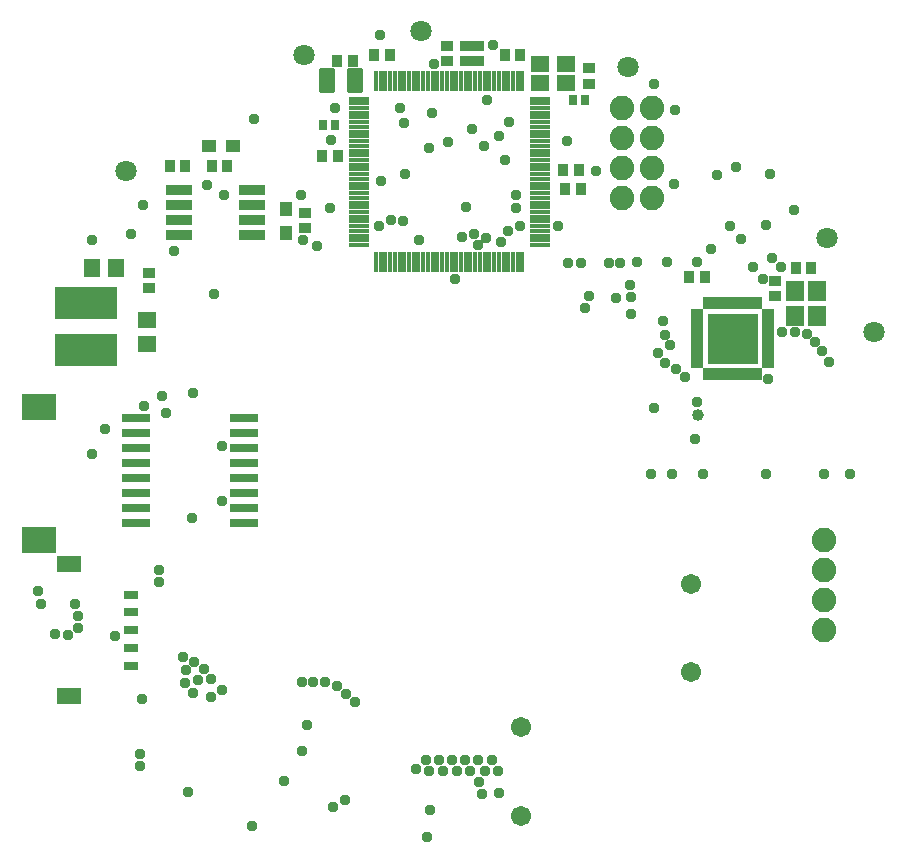
<source format=gbr>
G04 EAGLE Gerber X2 export*
%TF.Part,Single*%
%TF.FileFunction,Soldermask,Bot,1*%
%TF.FilePolarity,Negative*%
%TF.GenerationSoftware,Autodesk,EAGLE,8.6.0*%
%TF.CreationDate,2018-04-19T17:15:12Z*%
G75*
%MOMM*%
%FSLAX34Y34*%
%LPD*%
%AMOC8*
5,1,8,0,0,1.08239X$1,22.5*%
G01*
%ADD10C,1.803200*%
%ADD11R,1.503200X1.703200*%
%ADD12R,1.103200X0.903200*%
%ADD13R,0.903200X1.103200*%
%ADD14R,1.203200X1.003200*%
%ADD15R,1.003200X1.203200*%
%ADD16R,1.403200X1.503200*%
%ADD17R,1.503200X1.403200*%
%ADD18R,0.448200X1.803200*%
%ADD19R,1.803200X0.448200*%
%ADD20R,2.235200X0.863600*%
%ADD21R,2.403200X0.803200*%
%ADD22R,5.283200X2.743200*%
%ADD23R,0.803200X0.903200*%
%ADD24C,1.711200*%
%ADD25R,1.603200X1.403200*%
%ADD26R,1.053200X0.483200*%
%ADD27R,0.483200X1.053200*%
%ADD28R,4.353200X4.353200*%
%ADD29C,0.390959*%
%ADD30R,3.003200X2.303200*%
%ADD31C,2.082800*%
%ADD32R,1.203200X0.803200*%
%ADD33R,2.003200X1.453200*%
%ADD34C,0.959600*%
%ADD35C,1.009600*%


D10*
X360000Y120000D03*
X320000Y200000D03*
X151000Y345000D03*
X-24000Y375000D03*
X-274000Y257000D03*
X-123000Y355000D03*
D11*
X311500Y154800D03*
X292500Y154800D03*
D12*
X276100Y150800D03*
X276100Y163800D03*
D13*
X216300Y166800D03*
X203300Y166800D03*
X-94300Y269300D03*
X-107300Y269300D03*
X-223730Y260790D03*
X-236730Y260790D03*
D12*
X-1640Y349728D03*
X-1640Y362728D03*
X14232Y349576D03*
X14232Y362576D03*
D13*
X60266Y354632D03*
X47266Y354632D03*
D12*
X118218Y330582D03*
X118218Y343582D03*
D13*
X-81686Y349568D03*
X-94686Y349568D03*
X-63338Y354718D03*
X-50338Y354718D03*
X96700Y257200D03*
X109700Y257200D03*
X98200Y241200D03*
X111200Y241200D03*
D12*
X24800Y349700D03*
X24800Y362700D03*
X-254300Y170400D03*
X-254300Y157400D03*
D13*
X293300Y174700D03*
X306300Y174700D03*
D11*
X292400Y133700D03*
X311400Y133700D03*
D14*
X-203362Y277692D03*
X-183362Y277692D03*
D15*
X-138046Y224140D03*
X-138046Y204140D03*
D16*
X-302122Y174622D03*
X-281802Y174622D03*
D17*
X-256096Y110316D03*
X-256096Y130636D03*
D18*
X62000Y179500D03*
X58000Y179500D03*
X54000Y179500D03*
X50000Y179500D03*
X46000Y179500D03*
X42000Y179500D03*
X38000Y179500D03*
X34000Y179500D03*
X30000Y179500D03*
X26000Y179500D03*
X22000Y179500D03*
X18000Y179500D03*
X14000Y179500D03*
X10000Y179500D03*
X6000Y179500D03*
X2000Y179500D03*
X-2000Y179500D03*
X-6000Y179500D03*
X-10000Y179500D03*
X-14000Y179500D03*
X-18000Y179500D03*
X-22000Y179500D03*
X-26000Y179500D03*
X-30000Y179500D03*
X-34000Y179500D03*
X-38000Y179500D03*
X-42000Y179500D03*
X-46000Y179500D03*
X-50000Y179500D03*
X-54000Y179500D03*
X-58000Y179500D03*
X-62000Y179500D03*
D19*
X-76500Y194000D03*
X-76500Y198000D03*
X-76500Y202000D03*
X-76500Y206000D03*
X-76500Y210000D03*
X-76500Y214000D03*
X-76500Y218000D03*
X-76500Y222000D03*
X-76500Y226000D03*
X-76500Y230000D03*
X-76500Y234000D03*
X-76500Y238000D03*
X-76500Y242000D03*
X-76500Y246000D03*
X-76500Y250000D03*
X-76500Y254000D03*
X-76500Y258000D03*
X-76500Y262000D03*
X-76500Y266000D03*
X-76500Y270000D03*
X-76500Y274000D03*
X-76500Y278000D03*
X-76500Y282000D03*
X-76500Y286000D03*
X-76500Y290000D03*
X-76500Y294000D03*
X-76500Y298000D03*
X-76500Y302000D03*
X-76500Y306000D03*
X-76500Y310000D03*
X-76500Y314000D03*
X-76500Y318000D03*
D18*
X-62000Y332500D03*
X-58000Y332500D03*
X-54000Y332500D03*
X-50000Y332500D03*
X-46000Y332500D03*
X-42000Y332500D03*
X-38000Y332500D03*
X-34000Y332500D03*
X-30000Y332500D03*
X-26000Y332500D03*
X-22000Y332500D03*
X-18000Y332500D03*
X-14000Y332500D03*
X-10000Y332500D03*
X-6000Y332500D03*
X-2000Y332500D03*
X2000Y332500D03*
X6000Y332500D03*
X10000Y332500D03*
X14000Y332500D03*
X18000Y332500D03*
X22000Y332500D03*
X26000Y332500D03*
X30000Y332500D03*
X34000Y332500D03*
X38000Y332500D03*
X42000Y332500D03*
X46000Y332500D03*
X50000Y332500D03*
X54000Y332500D03*
X58000Y332500D03*
X62000Y332500D03*
D19*
X76500Y318000D03*
X76500Y314000D03*
X76500Y310000D03*
X76500Y306000D03*
X76500Y302000D03*
X76500Y298000D03*
X76500Y294000D03*
X76500Y290000D03*
X76500Y286000D03*
X76500Y282000D03*
X76500Y278000D03*
X76500Y274000D03*
X76500Y270000D03*
X76500Y266000D03*
X76500Y262000D03*
X76500Y258000D03*
X76500Y254000D03*
X76500Y250000D03*
X76500Y246000D03*
X76500Y242000D03*
X76500Y238000D03*
X76500Y234000D03*
X76500Y230000D03*
X76500Y226000D03*
X76500Y222000D03*
X76500Y218000D03*
X76500Y214000D03*
X76500Y210000D03*
X76500Y206000D03*
X76500Y202000D03*
X76500Y198000D03*
X76500Y194000D03*
D20*
X-228756Y202558D03*
X-167288Y202558D03*
X-228756Y215258D03*
X-228756Y227958D03*
X-167288Y215258D03*
X-167288Y227958D03*
X-228756Y240658D03*
X-167288Y240658D03*
D21*
X-265410Y-28314D03*
X-173410Y-2914D03*
X-265410Y-41014D03*
X-265410Y-15614D03*
X-265410Y-2914D03*
X-173410Y-15614D03*
X-173410Y9786D03*
X-173410Y22486D03*
X-265410Y22486D03*
X-173410Y47886D03*
X-265410Y9786D03*
X-265410Y35186D03*
X-173410Y35186D03*
X-265410Y47886D03*
X-173410Y-28314D03*
X-173410Y-41014D03*
D22*
X-307756Y104940D03*
X-307756Y144940D03*
D23*
X104900Y316700D03*
X114900Y316700D03*
X-106800Y295900D03*
X-96800Y295900D03*
D13*
X-201004Y261328D03*
X-188004Y261328D03*
D12*
X-122262Y208012D03*
X-122262Y221012D03*
D24*
X60700Y-214400D03*
X60700Y-289400D03*
D25*
X77136Y347210D03*
X99136Y347210D03*
X99136Y331210D03*
X77136Y331210D03*
D24*
X204700Y-92900D03*
X204700Y-167900D03*
D26*
X210250Y117282D03*
D27*
X237500Y85032D03*
D26*
X269750Y112282D03*
D27*
X237500Y144532D03*
X232500Y144532D03*
X227500Y144532D03*
X222500Y144532D03*
X217500Y144532D03*
X242500Y144532D03*
X247500Y144532D03*
X252500Y144532D03*
X257500Y144532D03*
X262500Y144532D03*
X232500Y85032D03*
X227500Y85032D03*
X222500Y85032D03*
X217500Y85032D03*
X242500Y85032D03*
X247500Y85032D03*
X252500Y85032D03*
X257500Y85032D03*
X262500Y85032D03*
D26*
X269750Y107282D03*
X269750Y102282D03*
X269750Y97282D03*
X269750Y92282D03*
X269750Y117282D03*
X269750Y122282D03*
X269750Y132282D03*
X269750Y127282D03*
X269750Y137282D03*
X210250Y112282D03*
X210250Y107282D03*
X210250Y102282D03*
X210250Y97282D03*
X210250Y92282D03*
X210250Y122282D03*
X210250Y127282D03*
X210250Y132282D03*
X210250Y137282D03*
D28*
X240000Y114782D03*
D29*
X-99325Y325279D02*
X-108447Y325279D01*
X-108447Y342401D01*
X-99325Y342401D01*
X-99325Y325279D01*
X-99325Y329188D02*
X-108447Y329188D01*
X-108447Y333097D02*
X-99325Y333097D01*
X-99325Y337006D02*
X-108447Y337006D01*
X-108447Y340915D02*
X-99325Y340915D01*
X-84447Y325279D02*
X-75325Y325279D01*
X-84447Y325279D02*
X-84447Y342401D01*
X-75325Y342401D01*
X-75325Y325279D01*
X-75325Y329188D02*
X-84447Y329188D01*
X-84447Y333097D02*
X-75325Y333097D01*
X-75325Y337006D02*
X-84447Y337006D01*
X-84447Y340915D02*
X-75325Y340915D01*
D30*
X-347000Y56500D03*
X-347000Y-56000D03*
D31*
X317270Y-132080D03*
X317270Y-106680D03*
X317270Y-81280D03*
X317270Y-55880D03*
X171700Y233900D03*
X146300Y233900D03*
X171700Y259300D03*
X146300Y259300D03*
X171700Y284700D03*
X146300Y284700D03*
X171700Y310100D03*
X146300Y310100D03*
D32*
X-269600Y-132000D03*
X-269600Y-147000D03*
X-269600Y-162000D03*
X-269600Y-117000D03*
X-269600Y-102000D03*
D33*
X-321500Y-188050D03*
X-321500Y-75950D03*
D34*
X282000Y120000D03*
X293000Y120000D03*
X303000Y119000D03*
X310000Y112000D03*
X316000Y104000D03*
X322000Y95000D03*
X281000Y175000D03*
X-218000Y-37000D03*
X270000Y81000D03*
X171000Y0D03*
X189000Y0D03*
X215000Y0D03*
X268000Y0D03*
X317000Y0D03*
X339000Y0D03*
X-233000Y189000D03*
X-191000Y236000D03*
X-13000Y347000D03*
X37000Y363000D03*
X124000Y257000D03*
X24000Y194000D03*
X5000Y165000D03*
X200000Y82000D03*
X-240000Y52000D03*
X-258000Y58000D03*
X-302000Y17000D03*
X-262000Y-237000D03*
X-140000Y-260000D03*
X25000Y-261000D03*
X-348000Y-99000D03*
X-346000Y-110000D03*
X-334000Y-135000D03*
X-323000Y-136000D03*
X-314000Y-130000D03*
X-314000Y-120000D03*
X-317000Y-110000D03*
X-125000Y-176000D03*
X-115000Y-176000D03*
X-105000Y-176000D03*
X-95000Y-179000D03*
X-87000Y-186000D03*
X-80000Y-193000D03*
X-225000Y-155000D03*
X-216000Y-159000D03*
X-208000Y-165000D03*
X-202000Y-173000D03*
X-213000Y-174000D03*
X-223000Y-166000D03*
X-224000Y-177000D03*
X-217000Y-185000D03*
X-28000Y-250000D03*
X-20000Y-242000D03*
X-17000Y-251000D03*
X-9000Y-242000D03*
X-5000Y-251000D03*
X2000Y-242000D03*
X7000Y-251000D03*
X13000Y-242000D03*
X18000Y-251000D03*
X24000Y-242000D03*
X30000Y-251000D03*
X36000Y-242000D03*
X-221000Y-269000D03*
X266000Y165000D03*
X41000Y-251000D03*
X42000Y-270000D03*
X28000Y-271000D03*
X-167000Y-298000D03*
X-100000Y283000D03*
X-58000Y248000D03*
X-283000Y-137000D03*
X-1000Y281200D03*
X19700Y292000D03*
X29100Y277700D03*
X42400Y286400D03*
X-14200Y305800D03*
X-58500Y372000D03*
X-165400Y300400D03*
X-96600Y309700D03*
X-125300Y236300D03*
X-198700Y152300D03*
X-302700Y198300D03*
X99500Y282100D03*
X291600Y223700D03*
X272000Y254400D03*
X184100Y179500D03*
X173000Y330000D03*
X-25908Y198120D03*
X-291000Y38000D03*
X-243000Y66000D03*
X-217000Y69000D03*
X-37000Y254000D03*
X-39000Y214000D03*
X-17000Y276400D03*
X14000Y226000D03*
X-38000Y297000D03*
X-205000Y245000D03*
X101000Y179000D03*
X154000Y136000D03*
X181000Y130000D03*
X112000Y179000D03*
X141000Y149000D03*
X153000Y160000D03*
X50000Y206000D03*
X154000Y150000D03*
X44000Y197000D03*
X31000Y200000D03*
X210000Y61000D03*
D35*
X211000Y50000D03*
D34*
X21000Y203000D03*
X118000Y151000D03*
X208000Y30000D03*
X11000Y201000D03*
X115000Y141000D03*
X173000Y56000D03*
X-49000Y215000D03*
X-59000Y210000D03*
X47000Y266000D03*
X190000Y246000D03*
X-42000Y310000D03*
X32000Y317000D03*
X51000Y298000D03*
X135000Y179000D03*
X192000Y89000D03*
X145000Y179000D03*
X183000Y94000D03*
X159000Y180000D03*
X177000Y103000D03*
X92000Y210000D03*
X-112000Y193000D03*
X60000Y210000D03*
X-124000Y198000D03*
X57000Y225000D03*
X-101000Y225000D03*
X57000Y236000D03*
X210000Y180000D03*
X257000Y175000D03*
X222000Y191000D03*
X273000Y183000D03*
X-269000Y203000D03*
X-259000Y228000D03*
X-192000Y-23000D03*
X-192000Y24000D03*
X187000Y109000D03*
X-125000Y-234000D03*
X-246000Y-91000D03*
X-246000Y-81000D03*
X-192000Y-183000D03*
X-202000Y-189000D03*
X-120000Y-212000D03*
X-88000Y-276000D03*
X-98000Y-282000D03*
X-16000Y-284000D03*
X183000Y118000D03*
X238000Y210000D03*
X247000Y199000D03*
X268000Y211000D03*
X-19000Y-307000D03*
X-262000Y-247000D03*
X-260000Y-190000D03*
X243000Y260000D03*
X227000Y253000D03*
X191000Y308000D03*
M02*

</source>
